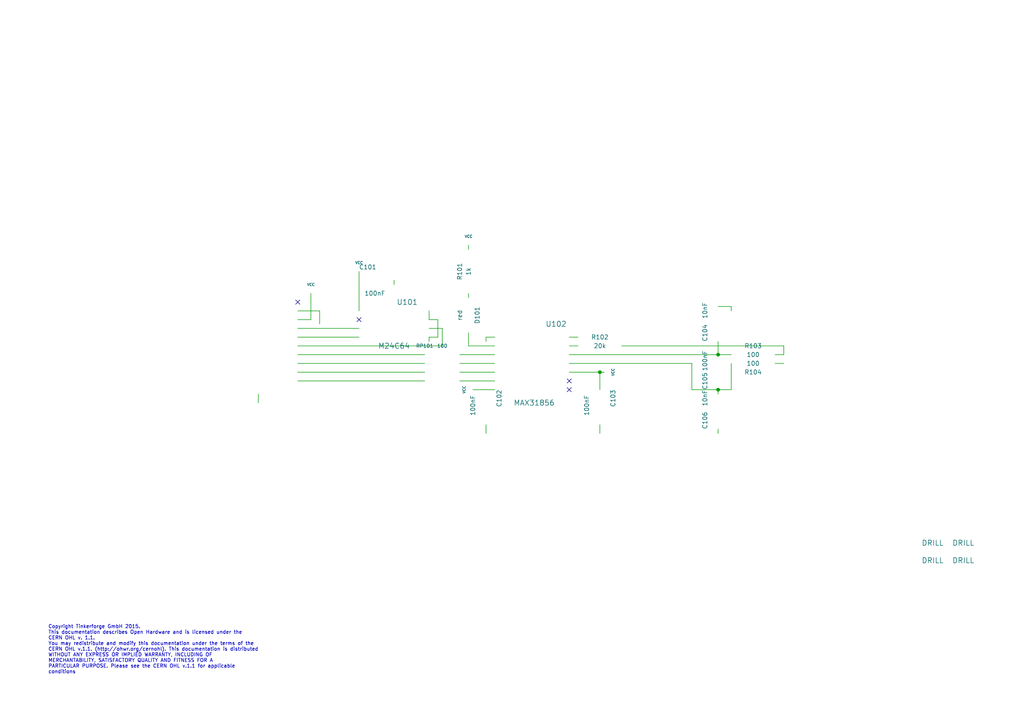
<source format=kicad_sch>
(kicad_sch (version 20230121) (generator eeschema)
  (paper "A4")
  (title_block (title "Thermocouple") (date "Do 30 Jul 2015") (rev "1.0") (company "Tinkerforge GmbH") (comment 1 "Licensed under CERN OHL v.1.1") (comment 2 "Copyright (©) 2015, B.Nordmeyer <bastian@tinkerforge.com>"))
  (lib_symbols)
  (junction (at 208.28 102.87))
  (junction (at 208.28 113.03))
  (junction (at 173.99 107.95))
  (no_connect (at 165.1 113.03))
  (no_connect (at 104.14 92.71))
  (no_connect (at 86.36 87.63))
  (no_connect (at 165.1 110.49))
  (wire (pts (xy 74.93 116.84) (xy 74.93 114.3)))
  (wire (pts (xy 165.1 105.41) (xy 200.66 105.41)))
  (wire (pts (xy 208.28 114.3) (xy 208.28 113.03)))
  (wire (pts (xy 167.64 100.33) (xy 165.1 100.33)))
  (wire (pts (xy 123.19 102.87) (xy 86.36 102.87)))
  (wire (pts (xy 86.36 100.33) (xy 128.27 100.33)))
  (wire (pts (xy 200.66 105.41) (xy 200.66 113.03)))
  (wire (pts (xy 208.28 88.9) (xy 212.09 88.9)))
  (wire (pts (xy 165.1 102.87) (xy 208.28 102.87)))
  (wire (pts (xy 180.34 100.33) (xy 227.33 100.33)))
  (wire (pts (xy 90.17 92.71) (xy 86.36 92.71)))
  (wire (pts (xy 124.46 92.71) (xy 124.46 90.17)))
  (wire (pts (xy 212.09 113.03) (xy 212.09 105.41)))
  (wire (pts (xy 140.97 123.19) (xy 140.97 125.73)))
  (wire (pts (xy 104.14 97.79) (xy 86.36 97.79)))
  (wire (pts (xy 127 97.79) (xy 127 92.71)))
  (wire (pts (xy 200.66 113.03) (xy 208.28 113.03)))
  (wire (pts (xy 143.51 97.79) (xy 140.97 97.79)))
  (wire (pts (xy 143.51 110.49) (xy 133.35 110.49)))
  (wire (pts (xy 133.35 107.95) (xy 143.51 107.95)))
  (wire (pts (xy 224.79 105.41) (xy 227.33 105.41)))
  (wire (pts (xy 208.28 102.87) (xy 208.28 99.06)))
  (wire (pts (xy 173.99 123.19) (xy 173.99 125.73)))
  (wire (pts (xy 114.3 81.28) (xy 114.3 82.55)))
  (wire (pts (xy 123.19 107.95) (xy 86.36 107.95)))
  (wire (pts (xy 143.51 105.41) (xy 133.35 105.41)))
  (wire (pts (xy 128.27 100.33) (xy 128.27 95.25)))
  (wire (pts (xy 173.99 107.95) (xy 173.99 113.03)))
  (wire (pts (xy 86.36 110.49) (xy 123.19 110.49)))
  (wire (pts (xy 133.35 102.87) (xy 143.51 102.87)))
  (wire (pts (xy 86.36 105.41) (xy 123.19 105.41)))
  (wire (pts (xy 135.89 85.09) (xy 135.89 86.36)))
  (wire (pts (xy 92.71 90.17) (xy 92.71 93.98)))
  (wire (pts (xy 165.1 97.79) (xy 167.64 97.79)))
  (wire (pts (xy 127 97.79) (xy 124.46 97.79)))
  (wire (pts (xy 104.14 78.74) (xy 104.14 90.17)))
  (wire (pts (xy 135.89 72.39) (xy 135.89 71.12)))
  (wire (pts (xy 140.97 97.79) (xy 140.97 99.06)))
  (wire (pts (xy 127 92.71) (xy 124.46 92.71)))
  (wire (pts (xy 173.99 107.95) (xy 175.26 107.95)))
  (wire (pts (xy 165.1 107.95) (xy 173.99 107.95)))
  (wire (pts (xy 208.28 113.03) (xy 212.09 113.03)))
  (wire (pts (xy 227.33 102.87) (xy 224.79 102.87)))
  (wire (pts (xy 90.17 85.09) (xy 90.17 92.71)))
  (wire (pts (xy 128.27 95.25) (xy 124.46 95.25)))
  (wire (pts (xy 124.46 97.79) (xy 124.46 99.06)))
  (wire (pts (xy 104.14 95.25) (xy 86.36 95.25)))
  (wire (pts (xy 143.51 100.33) (xy 135.89 100.33)))
  (wire (pts (xy 208.28 102.87) (xy 212.09 102.87)))
  (wire (pts (xy 86.36 90.17) (xy 92.71 90.17)))
  (wire (pts (xy 212.09 88.9) (xy 212.09 90.17)))
  (wire (pts (xy 208.28 125.73) (xy 208.28 124.46)))
  (wire (pts (xy 137.16 113.03) (xy 143.51 113.03)))
  (wire (pts (xy 227.33 100.33) (xy 227.33 102.87)))
  (wire (pts (xy 135.89 100.33) (xy 135.89 96.52)))
  (text "Copyright Tinkerforge GmbH 2015.\nThis documentation describes Open Hardware and is licensed under the\nCERN OHL v. 1.1.\nYou may redistribute and modify this documentation under the terms of the\nCERN OHL v.1.1. (http://ohwr.org/cernohl). This documentation is distributed\nWITHOUT ANY EXPRESS OR IMPLIED WARRANTY, INCLUDING OF\nMERCHANTABILITY, SATISFACTORY QUALITY AND FITNESS FOR A\nPARTICULAR PURPOSE. Please see the CERN OHL v.1.1 for applicable\nconditions\n" (at 13.97 195.58 0) (effects (font (size 1.016 1.016)) (justify left bottom)))
  (symbol (lib_id "CON-SENSOR") (at 74.93 99.06 0) (mirror y) (unit 1)
    (property "Reference" "P101" (at 81.28 85.09 0) (effects (font (size 1.524 1.524))))
    (property "Value" "CON-SENSOR" (at 71.12 99.06 90) (effects (font (size 1.524 1.524))))
    (property "Footprint" "kicad-libraries:CON-SENSOR" (effects hide))
  )
  (symbol (lib_id "GND") (at 74.93 116.84 0) (unit 1)
    (property "Reference" "#PWR06" (effects hide))
    (property "Value" "GND" (effects hide))
  )
  (symbol (lib_id "GND") (at 92.71 93.98 0) (unit 1)
    (property "Reference" "#PWR05" (effects hide))
    (property "Value" "GND" (effects hide))
  )
  (symbol (lib_id "VCC") (at 90.17 85.09 0) (unit 1)
    (property "Reference" "#PWR04" (effects hide))
    (property "Value" "VCC" (at 90.17 82.55 0) (effects (font (size 0.762 0.762))))
  )
  (symbol (lib_id "CAT24C") (at 114.3 100.33 0) (mirror y) (unit 1)
    (property "Reference" "U101" (at 118.11 87.63 0) (effects (font (size 1.524 1.524))))
    (property "Value" "M24C64" (at 114.3 100.33 0) (effects (font (size 1.524 1.524))))
    (property "Footprint" "kicad-libraries:SOIC8" (effects hide))
  )
  (symbol (lib_id "C") (at 109.22 81.28 90) (unit 1)
    (property "Reference" "C101" (at 109.22 77.47 90) (effects (justify left)))
    (property "Value" "100nF" (at 111.76 85.09 90) (effects (justify left)))
    (property "Footprint" "kicad-libraries:0603" (effects hide))
  )
  (symbol (lib_id "DRILL") (at 279.4 157.48 0) (unit 1)
    (property "Reference" "U105" (effects hide))
    (property "Value" "DRILL" (at 279.4 157.48 0) (effects (font (size 1.524 1.524))))
    (property "Footprint" "kicad-libraries:DRILL_NP" (effects hide))
  )
  (symbol (lib_id "DRILL") (at 279.4 162.56 0) (unit 1)
    (property "Reference" "U106" (effects hide))
    (property "Value" "DRILL" (at 279.4 162.56 0) (effects (font (size 1.524 1.524))))
    (property "Footprint" "kicad-libraries:DRILL_NP" (effects hide))
  )
  (symbol (lib_id "DRILL") (at 270.51 162.56 0) (unit 1)
    (property "Reference" "U104" (effects hide))
    (property "Value" "DRILL" (at 270.51 162.56 0) (effects (font (size 1.524 1.524))))
    (property "Footprint" "kicad-libraries:DRILL_NP" (effects hide))
  )
  (symbol (lib_id "DRILL") (at 270.51 157.48 0) (unit 1)
    (property "Reference" "U103" (effects hide))
    (property "Value" "DRILL" (at 270.51 157.48 0) (effects (font (size 1.524 1.524))))
    (property "Footprint" "kicad-libraries:DRILL_NP" (effects hide))
  )
  (symbol (lib_id "GND") (at 124.46 99.06 0) (unit 1)
    (property "Reference" "#PWR03" (effects hide))
    (property "Value" "GND" (effects hide))
  )
  (symbol (lib_id "VCC") (at 104.14 78.74 0) (unit 1)
    (property "Reference" "#PWR02" (effects hide))
    (property "Value" "VCC" (at 104.14 76.2 0) (effects (font (size 0.762 0.762))))
  )
  (symbol (lib_id "GND") (at 114.3 82.55 0) (unit 1)
    (property "Reference" "#PWR01" (effects hide))
    (property "Value" "GND" (effects hide))
  )
  (symbol (lib_id "R_PACK4") (at 128.27 101.6 180) (unit 1)
    (property "Reference" "RP101" (at 123.19 100.33 0) (effects (font (size 1.016 1.016))))
    (property "Value" "100" (at 128.27 100.33 0) (effects (font (size 1.016 1.016))))
    (property "Footprint" "kicad-libraries:0603X4" (effects hide))
  )
  (symbol (lib_id "MAX31856") (at 154.94 104.14 0) (mirror y) (unit 1)
    (property "Reference" "U102" (at 161.29 93.98 0) (effects (font (size 1.524 1.524))))
    (property "Value" "MAX31856" (at 154.94 116.84 0) (effects (font (size 1.524 1.524))))
    (property "Footprint" "kicad-libraries:TSSOP14" (effects hide))
  )
  (symbol (lib_id "GND") (at 140.97 99.06 0) (unit 1)
    (property "Reference" "#PWR07" (effects hide))
    (property "Value" "GND" (effects hide))
  )
  (symbol (lib_id "VCC") (at 137.16 113.03 90) (unit 1)
    (property "Reference" "#PWR08" (effects hide))
    (property "Value" "VCC" (at 134.62 113.03 0) (effects (font (size 0.762 0.762))))
  )
  (symbol (lib_id "C") (at 140.97 118.11 0) (unit 1)
    (property "Reference" "C102" (at 144.78 118.11 90) (effects (justify left)))
    (property "Value" "100nF" (at 137.16 120.65 90) (effects (justify left)))
    (property "Footprint" "kicad-libraries:0603" (effects hide))
  )
  (symbol (lib_id "GND") (at 140.97 125.73 0) (unit 1)
    (property "Reference" "#PWR09" (effects hide))
    (property "Value" "GND" (effects hide))
  )
  (symbol (lib_id "GND") (at 167.64 97.79 90) (unit 1)
    (property "Reference" "#PWR010" (effects hide))
    (property "Value" "GND" (effects hide))
  )
  (symbol (lib_id "AKL_5_2") (at 232.41 104.14 0) (mirror x) (unit 1)
    (property "Reference" "J101" (at 232.41 100.33 0) (effects (font (size 1.524 1.524))))
    (property "Value" "THERM" (at 232.41 107.95 0) (effects (font (size 1.524 1.524))))
    (property "Footprint" "kicad-libraries:AKL_5_2" (effects hide))
  )
  (symbol (lib_id "R") (at 173.99 100.33 270) (unit 1)
    (property "Reference" "R102" (at 173.99 97.79 90))
    (property "Value" "20k" (at 173.99 100.33 90))
    (property "Footprint" "kicad-libraries:1206" (effects hide))
  )
  (symbol (lib_id "R") (at 218.44 102.87 270) (unit 1)
    (property "Reference" "R103" (at 218.44 100.33 90))
    (property "Value" "100" (at 218.44 102.87 90))
    (property "Footprint" "kicad-libraries:1206" (effects hide))
  )
  (symbol (lib_id "R") (at 218.44 105.41 270) (unit 1)
    (property "Reference" "R104" (at 218.44 107.95 90))
    (property "Value" "100" (at 218.44 105.41 90))
    (property "Footprint" "kicad-libraries:1206" (effects hide))
  )
  (symbol (lib_id "C") (at 208.28 93.98 180) (unit 1)
    (property "Reference" "C104" (at 204.47 93.98 90) (effects (justify left)))
    (property "Value" "10nF" (at 204.47 87.63 90) (effects (justify left)))
    (property "Footprint" "kicad-libraries:0603" (effects hide))
  )
  (symbol (lib_id "GND") (at 212.09 90.17 0) (unit 1)
    (property "Reference" "#PWR011" (effects hide))
    (property "Value" "GND" (effects hide))
  )
  (symbol (lib_id "C") (at 208.28 107.95 180) (unit 1)
    (property "Reference" "C105" (at 204.47 107.95 90) (effects (justify left)))
    (property "Value" "100nF" (at 204.47 101.6 90) (effects (justify left)))
    (property "Footprint" "kicad-libraries:0603" (effects hide))
  )
  (symbol (lib_id "C") (at 208.28 119.38 180) (unit 1)
    (property "Reference" "C106" (at 204.47 119.38 90) (effects (justify left)))
    (property "Value" "10nF" (at 204.47 113.03 90) (effects (justify left)))
    (property "Footprint" "kicad-libraries:0603" (effects hide))
  )
  (symbol (lib_id "GND") (at 208.28 125.73 0) (unit 1)
    (property "Reference" "#PWR012" (effects hide))
    (property "Value" "GND" (effects hide))
  )
  (symbol (lib_id "VCC") (at 175.26 107.95 270) (unit 1)
    (property "Reference" "#PWR013" (effects hide))
    (property "Value" "VCC" (at 177.8 107.95 0) (effects (font (size 0.762 0.762))))
  )
  (symbol (lib_id "C") (at 173.99 118.11 0) (unit 1)
    (property "Reference" "C103" (at 177.8 118.11 90) (effects (justify left)))
    (property "Value" "100nF" (at 170.18 120.65 90) (effects (justify left)))
    (property "Footprint" "kicad-libraries:0603" (effects hide))
  )
  (symbol (lib_id "GND") (at 173.99 125.73 0) (unit 1)
    (property "Reference" "#PWR014" (effects hide))
    (property "Value" "GND" (effects hide))
  )
  (symbol (lib_id "LED") (at 135.89 91.44 270) (unit 1)
    (property "Reference" "D101" (at 138.43 91.44 0))
    (property "Value" "red" (at 133.35 91.44 0))
    (property "Footprint" "kicad-libraries:D0603" (effects hide))
  )
  (symbol (lib_id "R") (at 135.89 78.74 180) (unit 1)
    (property "Reference" "R101" (at 133.35 78.74 90))
    (property "Value" "1k" (at 135.89 78.74 90))
    (property "Footprint" "kicad-libraries:0603" (effects hide))
  )
  (symbol (lib_id "VCC") (at 135.89 71.12 0) (unit 1)
    (property "Reference" "#PWR015" (effects hide))
    (property "Value" "VCC" (at 135.89 68.58 0) (effects (font (size 0.762 0.762))))
  )
)
</source>
